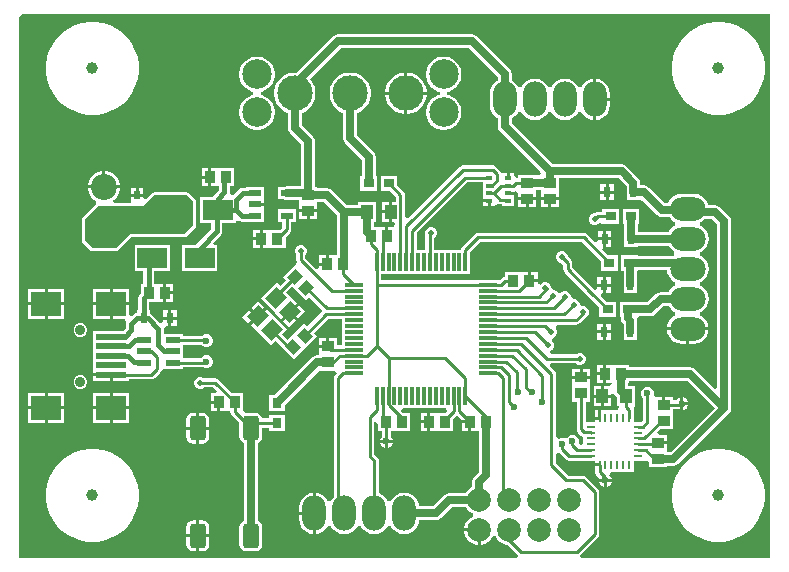
<source format=gtl>
G04*
G04 #@! TF.GenerationSoftware,Altium Limited,Altium Designer,24.10.1 (45)*
G04*
G04 Layer_Physical_Order=1*
G04 Layer_Color=255*
%FSLAX25Y25*%
%MOIN*%
G70*
G04*
G04 #@! TF.SameCoordinates,545B6B6C-97C6-4FAA-9EA4-23BCF6F6AA29*
G04*
G04*
G04 #@! TF.FilePolarity,Positive*
G04*
G01*
G75*
G04:AMPARAMS|DCode=17|XSize=55.12mil|YSize=82.68mil|CornerRadius=13.78mil|HoleSize=0mil|Usage=FLASHONLY|Rotation=0.000|XOffset=0mil|YOffset=0mil|HoleType=Round|Shape=RoundedRectangle|*
%AMROUNDEDRECTD17*
21,1,0.05512,0.05512,0,0,0.0*
21,1,0.02756,0.08268,0,0,0.0*
1,1,0.02756,0.01378,-0.02756*
1,1,0.02756,-0.01378,-0.02756*
1,1,0.02756,-0.01378,0.02756*
1,1,0.02756,0.01378,0.02756*
%
%ADD17ROUNDEDRECTD17*%
%ADD18R,0.09843X0.06693*%
%ADD19R,0.03937X0.03543*%
%ADD20R,0.02461X0.03268*%
%ADD21R,0.03543X0.03937*%
%ADD22R,0.03937X0.04724*%
%ADD23R,0.01181X0.05906*%
%ADD24R,0.05906X0.01181*%
%ADD25R,0.03150X0.03543*%
%ADD26R,0.01968X0.01378*%
%ADD27R,0.01102X0.03110*%
%ADD28R,0.03110X0.01102*%
%ADD29R,0.03543X0.03150*%
G04:AMPARAMS|DCode=30|XSize=39.37mil|YSize=35.43mil|CornerRadius=0mil|HoleSize=0mil|Usage=FLASHONLY|Rotation=45.000|XOffset=0mil|YOffset=0mil|HoleType=Round|Shape=Rectangle|*
%AMROTATEDRECTD30*
4,1,4,-0.00139,-0.02645,-0.02645,-0.00139,0.00139,0.02645,0.02645,0.00139,-0.00139,-0.02645,0.0*
%
%ADD30ROTATEDRECTD30*%

G04:AMPARAMS|DCode=31|XSize=47.24mil|YSize=55.12mil|CornerRadius=0mil|HoleSize=0mil|Usage=FLASHONLY|Rotation=315.000|XOffset=0mil|YOffset=0mil|HoleType=Round|Shape=Rectangle|*
%AMROTATEDRECTD31*
4,1,4,-0.03619,-0.00278,0.00278,0.03619,0.03619,0.00278,-0.00278,-0.03619,-0.03619,-0.00278,0.0*
%
%ADD31ROTATEDRECTD31*%

G04:AMPARAMS|DCode=32|XSize=39.37mil|YSize=35.43mil|CornerRadius=0mil|HoleSize=0mil|Usage=FLASHONLY|Rotation=135.000|XOffset=0mil|YOffset=0mil|HoleType=Round|Shape=Rectangle|*
%AMROTATEDRECTD32*
4,1,4,0.02645,-0.00139,0.00139,-0.02645,-0.02645,0.00139,-0.00139,0.02645,0.02645,-0.00139,0.0*
%
%ADD32ROTATEDRECTD32*%

%ADD33R,0.09843X0.01968*%
%ADD34R,0.09843X0.07874*%
%ADD35R,0.04724X0.02362*%
%ADD36R,0.03937X0.02165*%
%ADD37R,0.01968X0.03150*%
%ADD69C,0.01000*%
%ADD70C,0.02500*%
%ADD71C,0.01500*%
%ADD72O,0.07874X0.11811*%
%ADD73O,0.11811X0.07874*%
%ADD74C,0.07874*%
%ADD75C,0.11811*%
%ADD76C,0.09843*%
%ADD77C,0.03543*%
%ADD78C,0.03937*%
%ADD79C,0.08661*%
%ADD80C,0.02362*%
%ADD81C,0.01968*%
G36*
X253500Y183500D02*
Y2000D01*
X190507D01*
X190202Y2657D01*
X190163Y3000D01*
X196081Y8919D01*
X196413Y9415D01*
X196529Y10000D01*
Y24000D01*
X196413Y24585D01*
X196081Y25082D01*
X192081Y29081D01*
X191585Y29413D01*
X191000Y29529D01*
X186134D01*
X182029Y33634D01*
Y36949D01*
X182573Y37236D01*
X183029Y37308D01*
X185340Y34997D01*
X185836Y34666D01*
X186421Y34549D01*
X191189D01*
Y34528D01*
X195028D01*
Y33744D01*
X196579D01*
Y32744D01*
X195028D01*
Y30689D01*
X195093D01*
X195166Y30323D01*
X195497Y29827D01*
X196486Y28838D01*
X196346Y28500D01*
X200654D01*
X200349Y29236D01*
X199896Y29689D01*
X200031Y30286D01*
X200315Y30689D01*
X207972D01*
Y34528D01*
X211811D01*
Y34528D01*
X212734Y34342D01*
X213032Y34143D01*
Y32413D01*
X218969D01*
Y32891D01*
X221185D01*
X222063Y33066D01*
X222807Y33563D01*
X239776Y50532D01*
X240273Y51276D01*
X240448Y52154D01*
Y114346D01*
X240273Y115224D01*
X239776Y115968D01*
X236622Y119122D01*
X235878Y119620D01*
X235000Y119794D01*
X232776D01*
X232281Y120990D01*
X231490Y122021D01*
X230458Y122812D01*
X229257Y123310D01*
X227969Y123480D01*
X224031D01*
X222743Y123310D01*
X221542Y122812D01*
X220510Y122021D01*
X219719Y120990D01*
X219431Y120294D01*
X218450D01*
X213122Y125622D01*
X212378Y126119D01*
X211500Y126294D01*
X210174D01*
Y127120D01*
X209999Y127998D01*
X209502Y128742D01*
X205622Y132622D01*
X204878Y133119D01*
X204000Y133294D01*
X180950D01*
X167294Y146950D01*
Y148638D01*
X167490Y148719D01*
X168521Y149510D01*
X169313Y150542D01*
X169459Y150895D01*
X170541D01*
X170687Y150542D01*
X171479Y149510D01*
X172510Y148719D01*
X173711Y148222D01*
X175000Y148052D01*
X176289Y148222D01*
X177490Y148719D01*
X178521Y149510D01*
X179313Y150542D01*
X179459Y150895D01*
X180541D01*
X180687Y150542D01*
X181479Y149510D01*
X182510Y148719D01*
X183711Y148222D01*
X185000Y148052D01*
X186289Y148222D01*
X187490Y148719D01*
X188521Y149510D01*
X189313Y150542D01*
X189459Y150895D01*
X190541D01*
X190688Y150542D01*
X191479Y149510D01*
X192510Y148719D01*
X193711Y148222D01*
X194500Y148118D01*
Y155000D01*
Y161882D01*
X193711Y161778D01*
X192510Y161281D01*
X191479Y160490D01*
X190688Y159458D01*
X190541Y159105D01*
X189459D01*
X189313Y159458D01*
X188521Y160490D01*
X187490Y161281D01*
X186289Y161778D01*
X185000Y161948D01*
X183711Y161778D01*
X182510Y161281D01*
X181479Y160490D01*
X180687Y159458D01*
X180541Y159105D01*
X179459D01*
X179313Y159458D01*
X178521Y160490D01*
X177490Y161281D01*
X176289Y161778D01*
X175000Y161948D01*
X173711Y161778D01*
X172510Y161281D01*
X171479Y160490D01*
X170687Y159458D01*
X170541Y159105D01*
X169459D01*
X169313Y159458D01*
X168521Y160490D01*
X167490Y161281D01*
X167294Y161362D01*
Y163500D01*
X167120Y164378D01*
X166622Y165122D01*
X155622Y176122D01*
X154878Y176620D01*
X154000Y176794D01*
X109500D01*
X108622Y176620D01*
X107878Y176122D01*
X95661Y163906D01*
X94312D01*
X92978Y163640D01*
X91721Y163120D01*
X90590Y162364D01*
X89628Y161402D01*
X88872Y160271D01*
X88352Y159014D01*
X88087Y157680D01*
Y156320D01*
X88352Y154986D01*
X88872Y153729D01*
X89628Y152598D01*
X90590Y151636D01*
X91721Y150880D01*
X92698Y150476D01*
Y145508D01*
X92873Y144630D01*
X93370Y143886D01*
X97206Y140050D01*
Y126034D01*
X92315D01*
X91437Y125860D01*
X91382Y125823D01*
X89346D01*
Y121658D01*
X91382D01*
X91437Y121621D01*
X92315Y121446D01*
X96531D01*
Y118342D01*
X99500D01*
X102469D01*
Y120863D01*
X104892D01*
X109206Y116550D01*
Y102969D01*
X106342D01*
Y100000D01*
X105842D01*
Y99500D01*
X103071D01*
Y98899D01*
X102147Y98516D01*
X98529Y102134D01*
Y103223D01*
X98682Y103376D01*
X98984Y104105D01*
Y104895D01*
X98682Y105624D01*
X98124Y106182D01*
X97395Y106484D01*
X96605D01*
X95876Y106182D01*
X95318Y105624D01*
X95016Y104895D01*
Y104105D01*
X95318Y103376D01*
X95471Y103223D01*
Y101500D01*
X95587Y100915D01*
X95691Y100760D01*
X95260Y99938D01*
Y99938D01*
X91062Y95740D01*
X91940Y94862D01*
X90008Y92929D01*
X88974Y93962D01*
X83663Y88650D01*
X88395Y83918D01*
X90419Y81894D01*
X93075Y84549D01*
X95731Y87205D01*
X93707Y89229D01*
X92170Y90766D01*
X94103Y92699D01*
X98740Y88062D01*
X99757Y89080D01*
X104291Y84546D01*
X104281Y84444D01*
X99137Y79299D01*
X98119Y80317D01*
X94199Y76397D01*
X92670Y74868D01*
X90763Y76775D01*
X92337Y78350D01*
X87582Y83105D01*
X85581Y85106D01*
X82925Y82450D01*
X80269Y79795D01*
X82271Y77793D01*
X87026Y73038D01*
X88600Y74612D01*
X90507Y72705D01*
X90441Y72639D01*
X94639Y68441D01*
X98397Y72199D01*
X102317Y76119D01*
X101300Y77137D01*
X105996Y81833D01*
X110685D01*
Y77835D01*
Y73081D01*
X108968D01*
Y75429D01*
X106500D01*
Y72658D01*
X106000D01*
Y72158D01*
X103032D01*
Y69637D01*
X102496D01*
X101618Y69462D01*
X100874Y68965D01*
X88527Y56618D01*
X86425D01*
Y51075D01*
X91575D01*
Y53177D01*
X102341Y63943D01*
X103032Y64571D01*
Y64571D01*
X103032Y64571D01*
X108494D01*
X108908Y63571D01*
X108419Y63081D01*
X108087Y62585D01*
X107971Y62000D01*
Y22479D01*
X107187Y21458D01*
X107041Y21105D01*
X105959D01*
X105813Y21458D01*
X105021Y22490D01*
X103990Y23281D01*
X102789Y23778D01*
X102000Y23882D01*
Y17000D01*
Y10118D01*
X102789Y10222D01*
X103990Y10719D01*
X105021Y11510D01*
X105813Y12542D01*
X105959Y12895D01*
X107041D01*
X107187Y12542D01*
X107979Y11510D01*
X109010Y10719D01*
X110211Y10222D01*
X111500Y10052D01*
X112789Y10222D01*
X113990Y10719D01*
X115021Y11510D01*
X115813Y12542D01*
X115959Y12895D01*
X117041D01*
X117188Y12542D01*
X117979Y11510D01*
X119010Y10719D01*
X120211Y10222D01*
X121500Y10052D01*
X122789Y10222D01*
X123990Y10719D01*
X125021Y11510D01*
X125812Y12542D01*
X125959Y12895D01*
X127041D01*
X127188Y12542D01*
X127979Y11510D01*
X129010Y10719D01*
X130211Y10222D01*
X131500Y10052D01*
X132789Y10222D01*
X133990Y10719D01*
X135021Y11510D01*
X135812Y12542D01*
X136310Y13743D01*
X136437Y14706D01*
X142000D01*
X142878Y14881D01*
X143622Y15378D01*
X147450Y19206D01*
X152124D01*
X152549Y18469D01*
X153469Y17549D01*
X154323Y17056D01*
X154407Y16760D01*
Y16240D01*
X154323Y15944D01*
X153469Y15451D01*
X152549Y14531D01*
X151899Y13406D01*
X151563Y12150D01*
Y12000D01*
X156500D01*
Y11500D01*
X157000D01*
Y6563D01*
X157150D01*
X158406Y6899D01*
X159531Y7549D01*
X160451Y8469D01*
X160944Y9323D01*
X161240Y9407D01*
X161760D01*
X162056Y9323D01*
X162549Y8469D01*
X163469Y7549D01*
X164594Y6899D01*
X165746Y6591D01*
X169337Y3000D01*
X169298Y2657D01*
X168993Y2000D01*
X3242D01*
X3000Y2186D01*
Y182500D01*
X4000Y183500D01*
X253500Y183500D01*
D02*
G37*
G36*
X162706Y162550D02*
Y161362D01*
X162510Y161281D01*
X161479Y160490D01*
X160687Y159458D01*
X160190Y158257D01*
X160020Y156968D01*
Y153032D01*
X160190Y151743D01*
X160687Y150542D01*
X161479Y149510D01*
X162510Y148719D01*
X162706Y148638D01*
Y146000D01*
X162881Y145122D01*
X163378Y144378D01*
X176887Y130869D01*
X176955Y130424D01*
X176469Y129762D01*
X175469Y129929D01*
Y129929D01*
X169532D01*
Y129012D01*
X169046Y128904D01*
X168134Y129640D01*
Y130527D01*
X166650D01*
Y128839D01*
X165650D01*
Y130527D01*
X164165D01*
X163450Y131213D01*
X162081Y132581D01*
X161585Y132913D01*
X161000Y133029D01*
X151000D01*
X150415Y132913D01*
X149919Y132581D01*
X132642Y115305D01*
X131718Y115688D01*
Y123158D01*
X131602Y123743D01*
X131270Y124239D01*
X129118Y126391D01*
Y129575D01*
X123575D01*
Y124425D01*
X126758D01*
X128660Y122524D01*
Y120862D01*
X127437D01*
Y117500D01*
Y114138D01*
X128078D01*
X128427Y113469D01*
X127960Y112469D01*
X126157D01*
Y109500D01*
X125157D01*
Y112469D01*
X121357D01*
Y114138D01*
X122031D01*
Y120862D01*
X116095D01*
Y119794D01*
X112450D01*
X107465Y124780D01*
X106720Y125277D01*
X105842Y125452D01*
X102469D01*
Y125929D01*
X101794D01*
Y141000D01*
X101620Y141878D01*
X101122Y142622D01*
X97286Y146458D01*
Y150476D01*
X98263Y150880D01*
X99394Y151636D01*
X100356Y152598D01*
X101112Y153729D01*
X101632Y154986D01*
X101898Y156320D01*
Y157680D01*
X101632Y159014D01*
X101112Y160271D01*
X100356Y161402D01*
X100001Y161757D01*
X110450Y172206D01*
X153050D01*
X162706Y162550D01*
D02*
G37*
G36*
X205586Y126170D02*
Y124000D01*
X205650Y123679D01*
Y121366D01*
X210110D01*
Y121366D01*
X211046Y121210D01*
X215878Y116378D01*
X216622Y115881D01*
X217500Y115706D01*
X219953D01*
X220510Y114979D01*
X221542Y114188D01*
X221895Y114041D01*
Y112959D01*
X221542Y112812D01*
X220510Y112021D01*
X219719Y110990D01*
X219638Y110794D01*
X209355D01*
Y113425D01*
X209799D01*
Y118575D01*
X204256D01*
Y113425D01*
X204767D01*
Y108500D01*
X204831Y108179D01*
Y105866D01*
X209291D01*
Y106206D01*
X219638D01*
X219719Y106010D01*
X220510Y104979D01*
X221270Y104396D01*
X221429Y103476D01*
X221380Y103172D01*
X220963Y102794D01*
X209299D01*
Y103075D01*
X203756D01*
Y97925D01*
X204586D01*
Y93000D01*
X204650Y92679D01*
Y90366D01*
X209110D01*
Y92679D01*
X209174Y93000D01*
Y97925D01*
X209299D01*
Y98206D01*
X219091D01*
X219222Y97211D01*
X219719Y96010D01*
X220510Y94979D01*
X221542Y94187D01*
X221895Y94041D01*
Y92959D01*
X221542Y92813D01*
X220510Y92021D01*
X219719Y90990D01*
X219638Y90794D01*
X217000D01*
X216122Y90619D01*
X215378Y90122D01*
X212550Y87294D01*
X208799D01*
Y87575D01*
X203256D01*
Y82425D01*
X203706D01*
Y82000D01*
X203881Y81122D01*
X204378Y80378D01*
X204586Y80170D01*
Y77500D01*
X204650Y77179D01*
Y74866D01*
X209110D01*
Y77179D01*
X209174Y77500D01*
Y81120D01*
X209057Y81706D01*
X209520Y82503D01*
X209729Y82706D01*
X213500D01*
X214378Y82881D01*
X215122Y83378D01*
X217950Y86206D01*
X219638D01*
X219719Y86010D01*
X220510Y84979D01*
X221542Y84188D01*
X221895Y84041D01*
Y82959D01*
X221542Y82812D01*
X220510Y82021D01*
X219719Y80990D01*
X219222Y79789D01*
X219118Y79000D01*
X226000D01*
X232882D01*
X232778Y79789D01*
X232281Y80990D01*
X231490Y82021D01*
X230458Y82812D01*
X230105Y82959D01*
Y84041D01*
X230458Y84188D01*
X231490Y84979D01*
X232281Y86010D01*
X232778Y87211D01*
X232948Y88500D01*
X232778Y89789D01*
X232281Y90990D01*
X231490Y92021D01*
X230458Y92813D01*
X230105Y92959D01*
Y94041D01*
X230458Y94187D01*
X231490Y94979D01*
X232281Y96010D01*
X232778Y97211D01*
X232948Y98500D01*
X232778Y99789D01*
X232281Y100990D01*
X231490Y102021D01*
X230458Y102813D01*
X230105Y102959D01*
Y104041D01*
X230458Y104188D01*
X231490Y104979D01*
X232281Y106010D01*
X232778Y107211D01*
X232948Y108500D01*
X232778Y109789D01*
X232281Y110990D01*
X231490Y112021D01*
X230458Y112812D01*
X230105Y112959D01*
Y114041D01*
X230458Y114188D01*
X231490Y114979D01*
X231664Y115206D01*
X234050D01*
X235860Y113396D01*
Y58999D01*
X234936Y58616D01*
X228430Y65122D01*
X227686Y65619D01*
X226808Y65794D01*
X206429D01*
Y66469D01*
X198843D01*
Y63500D01*
Y60532D01*
X200648D01*
X200703Y60291D01*
X200647Y60139D01*
X199891Y59362D01*
X198063D01*
Y56500D01*
X200532D01*
Y56836D01*
X201532Y56934D01*
X201538Y56902D01*
X202035Y56157D01*
X202468Y55724D01*
Y52638D01*
X202988D01*
X203173Y52311D01*
X202590Y51311D01*
X196996D01*
Y48756D01*
X196579D01*
Y48256D01*
X195028D01*
Y47472D01*
X192029D01*
Y54228D01*
X193468D01*
Y59543D01*
Y61815D01*
X187531D01*
Y59543D01*
Y54228D01*
X188971D01*
Y45000D01*
X189087Y44415D01*
X189419Y43919D01*
X190419Y42919D01*
X190915Y42587D01*
X191189Y42533D01*
Y40044D01*
X190321Y39831D01*
X189681Y40572D01*
Y41434D01*
X189349Y42235D01*
X188735Y42849D01*
X187934Y43181D01*
X187066D01*
X186265Y42849D01*
X185651Y42235D01*
X184530Y42141D01*
X184434Y42181D01*
X183566D01*
X183029Y41959D01*
X182262Y42313D01*
X182029Y42528D01*
Y63500D01*
X181913Y64085D01*
X181581Y64581D01*
X180116Y66047D01*
X180499Y66971D01*
X188723D01*
X188876Y66818D01*
X189605Y66516D01*
X190395D01*
X191124Y66818D01*
X191682Y67376D01*
X191984Y68105D01*
Y68895D01*
X191682Y69624D01*
X191124Y70182D01*
X190395Y70484D01*
X189605D01*
X188876Y70182D01*
X188723Y70029D01*
X180409D01*
X179997Y71029D01*
X180013Y71065D01*
X180624Y71318D01*
X181182Y71876D01*
X181484Y72605D01*
Y73395D01*
X181182Y74124D01*
X180790Y74516D01*
X180855Y75137D01*
X180881Y75237D01*
X181038Y75575D01*
X181624Y75818D01*
X182182Y76376D01*
X182484Y77105D01*
Y77895D01*
X182182Y78624D01*
X181942Y78864D01*
X182356Y79864D01*
X188894D01*
X189479Y79981D01*
X189975Y80312D01*
X191879Y82217D01*
X192124Y82318D01*
X192682Y82876D01*
X192984Y83605D01*
Y84395D01*
X192682Y85124D01*
X192124Y85682D01*
X191395Y85984D01*
X190908D01*
X190572Y86028D01*
X189984Y86809D01*
Y86895D01*
X189682Y87624D01*
X189124Y88182D01*
X188395Y88484D01*
X187908D01*
X187572Y88528D01*
X186984Y89309D01*
Y89395D01*
X186682Y90124D01*
X186124Y90682D01*
X185395Y90984D01*
X184605D01*
X183876Y90682D01*
X183780Y90586D01*
X182703Y90623D01*
X182597Y90709D01*
X182124Y91182D01*
X181395Y91484D01*
X180537Y91995D01*
X180484Y92395D01*
X180420Y92550D01*
X180413Y92585D01*
X180393Y92615D01*
X180182Y93124D01*
X179624Y93682D01*
X178895Y93984D01*
X178105D01*
X177376Y93682D01*
X176929Y93235D01*
X176406Y93318D01*
X175929Y93542D01*
Y94000D01*
X173158D01*
Y94500D01*
X172658D01*
Y97469D01*
X165071D01*
Y96007D01*
X164600Y95913D01*
X164104Y95581D01*
X163317Y94795D01*
X155567D01*
Y94734D01*
X123844D01*
Y96929D01*
X153433D01*
Y104270D01*
X156633Y107471D01*
X190701D01*
X197063Y101109D01*
Y97925D01*
X202606D01*
Y103075D01*
X199423D01*
X197555Y104942D01*
X197801Y105536D01*
Y108000D01*
X196071D01*
Y107733D01*
X195147Y107351D01*
X192416Y110081D01*
X191920Y110413D01*
X191335Y110529D01*
X156000D01*
X155415Y110413D01*
X154919Y110081D01*
X150761Y105924D01*
X150429Y105428D01*
X150313Y104842D01*
Y104835D01*
X141561D01*
Y108792D01*
X141624Y108818D01*
X142182Y109376D01*
X142484Y110105D01*
Y110895D01*
X142182Y111624D01*
X141624Y112182D01*
X140895Y112484D01*
X140105D01*
X139376Y112182D01*
X138818Y111624D01*
X138516Y110895D01*
Y110105D01*
X138516Y110104D01*
X138502Y110031D01*
Y104835D01*
X135655D01*
Y110493D01*
X152472Y127309D01*
X157866D01*
Y124591D01*
Y122031D01*
Y121661D01*
X159850D01*
Y121161D01*
X160350D01*
Y119473D01*
X161835D01*
Y119630D01*
X162835Y120141D01*
X162915Y120087D01*
X163500Y119971D01*
X164165D01*
Y119473D01*
X168134D01*
Y123221D01*
X166150D01*
Y124221D01*
X168379D01*
X168532Y124320D01*
X169532Y123779D01*
Y122343D01*
X172500D01*
X175469D01*
Y124863D01*
X177032D01*
Y122343D01*
X180000D01*
X182968D01*
Y124386D01*
Y128706D01*
X203050D01*
X205586Y126170D01*
D02*
G37*
G36*
X234910Y52154D02*
X220235Y37479D01*
X218969D01*
Y40000D01*
X216000D01*
Y41000D01*
X218969D01*
Y43272D01*
X216241D01*
X215858Y44196D01*
X216734Y45071D01*
X220969D01*
Y50386D01*
Y51628D01*
X222820D01*
X223500Y51346D01*
Y53500D01*
Y55654D01*
X222764Y55349D01*
X222151Y54735D01*
X222131Y54687D01*
X220969D01*
Y55929D01*
X218500D01*
Y53158D01*
X217500D01*
Y55929D01*
X215500D01*
X214812Y56464D01*
X214681Y56784D01*
Y57434D01*
X214349Y58236D01*
X213736Y58849D01*
X212934Y59181D01*
X212066D01*
X211264Y58849D01*
X210651Y58236D01*
X210319Y57434D01*
Y56566D01*
X210651Y55765D01*
X210971Y55445D01*
Y48134D01*
X210310Y47472D01*
X207972D01*
Y48548D01*
X208029Y48835D01*
Y51500D01*
X208002Y51638D01*
X208405Y52638D01*
X208405D01*
Y59362D01*
X205952D01*
Y60532D01*
X206429D01*
Y61206D01*
X225858D01*
X234910Y52154D01*
D02*
G37*
G36*
X145692Y51139D02*
X145157Y50468D01*
X140185D01*
Y47500D01*
Y44532D01*
X147772D01*
Y48609D01*
X148921Y49758D01*
X150571Y48109D01*
Y48000D01*
X153342D01*
Y47500D01*
X153842D01*
Y44532D01*
X156363D01*
Y30608D01*
X154878Y29122D01*
X154381Y28378D01*
X154206Y27500D01*
Y25876D01*
X153469Y25451D01*
X152549Y24531D01*
X152124Y23794D01*
X146500D01*
X145622Y23619D01*
X144878Y23122D01*
X141050Y19294D01*
X136437D01*
X136310Y20257D01*
X135812Y21458D01*
X135021Y22490D01*
X133990Y23281D01*
X132789Y23778D01*
X131500Y23948D01*
X130211Y23778D01*
X129010Y23281D01*
X127979Y22490D01*
X127188Y21458D01*
X127041Y21105D01*
X125959D01*
X125812Y21458D01*
X125021Y22490D01*
X123990Y23281D01*
X123029Y23679D01*
Y34500D01*
X122913Y35085D01*
X122581Y35581D01*
X121529Y36634D01*
Y47450D01*
X121571Y47478D01*
X122571Y46944D01*
Y44532D01*
X123971D01*
Y42555D01*
X123651Y42235D01*
X123346Y41500D01*
X127654D01*
X127349Y42235D01*
X127029Y42555D01*
Y44532D01*
X133429D01*
Y50468D01*
X131194D01*
X130540Y51123D01*
X130922Y52047D01*
X145297D01*
X145692Y51139D01*
D02*
G37*
%LPC*%
G36*
X195500Y161882D02*
Y155500D01*
X199980D01*
Y156968D01*
X199810Y158257D01*
X199312Y159458D01*
X198521Y160490D01*
X197490Y161281D01*
X196289Y161778D01*
X195500Y161882D01*
D02*
G37*
G36*
X237437Y180815D02*
X235004D01*
X232600Y180434D01*
X230286Y179682D01*
X228117Y178577D01*
X226149Y177147D01*
X224428Y175426D01*
X222997Y173458D01*
X221892Y171289D01*
X221141Y168975D01*
X220760Y166571D01*
Y164138D01*
X221141Y161734D01*
X221892Y159420D01*
X222997Y157251D01*
X224428Y155282D01*
X226149Y153562D01*
X228117Y152131D01*
X230286Y151026D01*
X232600Y150274D01*
X235004Y149894D01*
X237437D01*
X239841Y150274D01*
X242155Y151026D01*
X244324Y152131D01*
X246292Y153562D01*
X248013Y155282D01*
X249444Y157251D01*
X250548Y159420D01*
X251300Y161734D01*
X251681Y164138D01*
Y166571D01*
X251300Y168975D01*
X250548Y171289D01*
X249444Y173458D01*
X248013Y175426D01*
X246292Y177147D01*
X244324Y178577D01*
X242155Y179682D01*
X239841Y180434D01*
X237437Y180815D01*
D02*
G37*
G36*
X28776D02*
X26342D01*
X23939Y180434D01*
X21624Y179682D01*
X19456Y178577D01*
X17487Y177147D01*
X15766Y175426D01*
X14336Y173458D01*
X13231Y171289D01*
X12479Y168975D01*
X12098Y166571D01*
Y164138D01*
X12479Y161734D01*
X13231Y159420D01*
X14336Y157251D01*
X15766Y155282D01*
X17487Y153562D01*
X19456Y152131D01*
X21624Y151026D01*
X23939Y150274D01*
X26342Y149894D01*
X28776D01*
X31179Y150274D01*
X33494Y151026D01*
X35662Y152131D01*
X37631Y153562D01*
X39352Y155282D01*
X40782Y157251D01*
X41887Y159420D01*
X42639Y161734D01*
X43020Y164138D01*
Y166571D01*
X42639Y168975D01*
X41887Y171289D01*
X40782Y173458D01*
X39352Y175426D01*
X37631Y177147D01*
X35662Y178577D01*
X33494Y179682D01*
X31179Y180434D01*
X28776Y180815D01*
D02*
G37*
G36*
X199980Y154500D02*
X195500D01*
Y148118D01*
X196289Y148222D01*
X197490Y148719D01*
X198521Y149510D01*
X199312Y150542D01*
X199810Y151743D01*
X199980Y153032D01*
Y154500D01*
D02*
G37*
G36*
X82977Y169220D02*
X81810D01*
X80667Y168993D01*
X79589Y168547D01*
X78619Y167899D01*
X77794Y167074D01*
X77146Y166104D01*
X76700Y165026D01*
X76472Y163882D01*
Y162716D01*
X76700Y161572D01*
X77146Y160494D01*
X77794Y159525D01*
X78619Y158700D01*
X79589Y158052D01*
X80667Y157606D01*
X81148Y157510D01*
Y156490D01*
X80667Y156395D01*
X79589Y155948D01*
X78619Y155300D01*
X77794Y154475D01*
X77146Y153506D01*
X76700Y152428D01*
X76472Y151284D01*
Y150118D01*
X76700Y148974D01*
X77146Y147896D01*
X77794Y146926D01*
X78619Y146101D01*
X79589Y145453D01*
X80667Y145007D01*
X81810Y144780D01*
X82977D01*
X84121Y145007D01*
X85198Y145453D01*
X86168Y146101D01*
X86993Y146926D01*
X87641Y147896D01*
X88087Y148974D01*
X88315Y150118D01*
Y151284D01*
X88087Y152428D01*
X87641Y153506D01*
X86993Y154475D01*
X86168Y155300D01*
X85198Y155948D01*
X84121Y156395D01*
X83640Y156490D01*
Y157510D01*
X84121Y157606D01*
X85198Y158052D01*
X86168Y158700D01*
X86993Y159525D01*
X87641Y160494D01*
X88087Y161572D01*
X88315Y162716D01*
Y163882D01*
X88087Y165026D01*
X87641Y166104D01*
X86993Y167074D01*
X86168Y167899D01*
X85198Y168547D01*
X84121Y168993D01*
X82977Y169220D01*
D02*
G37*
G36*
X66185Y131968D02*
X63913D01*
Y129500D01*
X66185D01*
Y131968D01*
D02*
G37*
G36*
X32088Y131220D02*
X31886D01*
Y126390D01*
X36716D01*
Y126592D01*
X36353Y127947D01*
X35651Y129163D01*
X34659Y130155D01*
X33443Y130857D01*
X32088Y131220D01*
D02*
G37*
G36*
X30886D02*
X30684D01*
X29328Y130857D01*
X28113Y130155D01*
X27120Y129163D01*
X26418Y127947D01*
X26055Y126592D01*
Y126390D01*
X30886D01*
Y131220D01*
D02*
G37*
G36*
X66185Y128500D02*
X63913D01*
Y126031D01*
X66185D01*
Y128500D01*
D02*
G37*
G36*
X44484Y125618D02*
X43000D01*
Y123543D01*
X44484D01*
Y125618D01*
D02*
G37*
G36*
X42000D02*
X40516D01*
Y123543D01*
X42000D01*
Y125618D01*
D02*
G37*
G36*
X102469Y117342D02*
X100000D01*
Y115071D01*
X102469D01*
Y117342D01*
D02*
G37*
G36*
X99000D02*
X96531D01*
Y115071D01*
X99000D01*
Y117342D01*
D02*
G37*
G36*
X74772Y131968D02*
X67185D01*
Y129000D01*
Y126031D01*
X69716D01*
Y124739D01*
X68112Y123136D01*
X67726Y122557D01*
X67684Y122346D01*
X63453D01*
Y113654D01*
X67216D01*
Y111739D01*
X61986Y106510D01*
X61877Y106346D01*
X57327D01*
Y97654D01*
X69169D01*
Y106346D01*
X68176D01*
X67794Y107270D01*
X70262Y109738D01*
X70648Y110317D01*
X70784Y111000D01*
X70784Y111000D01*
Y113654D01*
X75295D01*
Y114375D01*
X75853Y114606D01*
X76295Y114700D01*
X76817Y114351D01*
X77500Y114216D01*
X77500Y114216D01*
X78716D01*
Y114177D01*
X84654D01*
Y117917D01*
Y119500D01*
X81685D01*
Y120500D01*
X84654D01*
Y121658D01*
Y125823D01*
X78716D01*
Y125524D01*
X77740D01*
X77057Y125389D01*
X76478Y125002D01*
X76478Y125002D01*
X74479Y123003D01*
X74037Y122999D01*
X74031Y123001D01*
X73256Y123858D01*
X73284Y124000D01*
X73284Y124000D01*
Y126031D01*
X74772D01*
Y131968D01*
D02*
G37*
G36*
X83342Y111469D02*
X81071D01*
Y109000D01*
X83342D01*
Y111469D01*
D02*
G37*
G36*
X95284Y118342D02*
X89346D01*
Y114177D01*
X90786D01*
Y112291D01*
X89963Y111469D01*
X84342D01*
Y108500D01*
Y105532D01*
X91929D01*
Y109109D01*
X93396Y110576D01*
X93728Y111072D01*
X93844Y111658D01*
Y114177D01*
X95284D01*
Y118342D01*
D02*
G37*
G36*
X83342Y108000D02*
X81071D01*
Y105532D01*
X83342D01*
Y108000D01*
D02*
G37*
G36*
X36716Y125390D02*
X26055D01*
Y125188D01*
X26418Y123832D01*
X27120Y122617D01*
X28113Y121624D01*
X28731Y121267D01*
X28773Y121129D01*
X28696Y120132D01*
X28679Y120121D01*
X24279Y115721D01*
X24058Y115390D01*
X23980Y115000D01*
Y108000D01*
X24058Y107610D01*
X24279Y107279D01*
X26779Y104779D01*
X27110Y104558D01*
X27500Y104480D01*
X35500Y104480D01*
X35890Y104558D01*
X36221Y104779D01*
X40422Y108980D01*
X58000D01*
X58390Y109058D01*
X58721Y109279D01*
X61721Y112279D01*
X61942Y112610D01*
X62020Y113000D01*
Y121000D01*
X61942Y121390D01*
X61721Y121721D01*
X59721Y123721D01*
X59390Y123942D01*
X59000Y124020D01*
X48000D01*
X47610Y123942D01*
X47279Y123721D01*
X45408Y121850D01*
X44484Y122233D01*
Y122543D01*
X40516D01*
Y120468D01*
X39536Y120419D01*
X34572D01*
X34304Y121419D01*
X34659Y121624D01*
X35651Y122617D01*
X36353Y123832D01*
X36716Y125188D01*
Y125390D01*
D02*
G37*
G36*
X105342Y102969D02*
X103071D01*
Y100500D01*
X105342D01*
Y102969D01*
D02*
G37*
G36*
X54429Y93468D02*
X52157D01*
Y91000D01*
X54429D01*
Y93468D01*
D02*
G37*
G36*
Y90000D02*
X52157D01*
Y87532D01*
X54429D01*
Y90000D01*
D02*
G37*
G36*
X39677Y91760D02*
X34256D01*
Y87323D01*
X39677D01*
Y91760D01*
D02*
G37*
G36*
X18024D02*
X12602D01*
Y87323D01*
X18024D01*
Y91760D01*
D02*
G37*
G36*
X33256D02*
X27835D01*
Y87323D01*
X33256D01*
Y91760D01*
D02*
G37*
G36*
X11602D02*
X6181D01*
Y87323D01*
X11602D01*
Y91760D01*
D02*
G37*
G36*
X82850Y87837D02*
X80547Y85535D01*
X82571Y83511D01*
X84874Y85813D01*
X82850Y87837D01*
D02*
G37*
G36*
X53421Y106346D02*
X41579D01*
Y97654D01*
X44558D01*
Y93468D01*
X43571D01*
Y90252D01*
X43358Y90039D01*
X42972Y89460D01*
X42836Y88778D01*
Y84634D01*
X42390D01*
Y83784D01*
X42307D01*
X41624Y83649D01*
X41045Y83262D01*
X40601Y82817D01*
X39677Y83200D01*
Y86323D01*
X34256D01*
Y81886D01*
X38324D01*
X38858Y80886D01*
X38851Y80876D01*
X38716Y80193D01*
Y78739D01*
X37760Y77784D01*
X27835D01*
Y73815D01*
Y70665D01*
Y67516D01*
Y64366D01*
Y63701D01*
X33756D01*
Y63201D01*
X34256D01*
Y61216D01*
X39677D01*
Y61671D01*
X47201D01*
X47786Y61788D01*
X48282Y62119D01*
X50081Y63919D01*
X50413Y64415D01*
X51138Y65079D01*
X57862D01*
Y65731D01*
X64185D01*
X64265Y65651D01*
X65066Y65319D01*
X65934D01*
X66736Y65651D01*
X67349Y66264D01*
X67681Y67066D01*
Y67934D01*
X67349Y68735D01*
X66736Y69349D01*
X65934Y69681D01*
X65066D01*
X64265Y69349D01*
X63705Y68789D01*
X57862D01*
Y73211D01*
X63705D01*
X64265Y72651D01*
X65066Y72319D01*
X65934D01*
X66736Y72651D01*
X67349Y73264D01*
X67681Y74066D01*
Y74934D01*
X67349Y75735D01*
X66736Y76349D01*
X65934Y76681D01*
X65066D01*
X64265Y76349D01*
X64185Y76270D01*
X57862D01*
Y76921D01*
X51284D01*
Y78366D01*
X51284Y78500D01*
X51284Y78500D01*
X52132Y79366D01*
X52880D01*
Y81500D01*
X51150D01*
Y80788D01*
X50150Y80374D01*
X47262Y83262D01*
X46850Y83536D01*
Y84634D01*
X46404D01*
Y87532D01*
X51157D01*
Y90500D01*
Y93468D01*
X48127D01*
Y97654D01*
X53421D01*
Y106346D01*
D02*
G37*
G36*
X55610Y84634D02*
X53880D01*
Y82500D01*
X55610D01*
Y84634D01*
D02*
G37*
G36*
X52880D02*
X51150D01*
Y82500D01*
X52880D01*
Y84634D01*
D02*
G37*
G36*
X96438Y86498D02*
X94136Y84196D01*
X96160Y82172D01*
X98462Y84474D01*
X96438Y86498D01*
D02*
G37*
G36*
X33256Y86323D02*
X27835D01*
Y81886D01*
X33256D01*
Y86323D01*
D02*
G37*
G36*
X18024D02*
X12602D01*
Y81886D01*
X18024D01*
Y86323D01*
D02*
G37*
G36*
X11602D02*
X6181D01*
Y81886D01*
X11602D01*
Y86323D01*
D02*
G37*
G36*
X79840Y84828D02*
X77538Y82526D01*
X79562Y80502D01*
X81864Y82804D01*
X79840Y84828D01*
D02*
G37*
G36*
X55610Y81500D02*
X53880D01*
Y79366D01*
X55610D01*
Y81500D01*
D02*
G37*
G36*
X93429Y83489D02*
X91126Y81187D01*
X93150Y79163D01*
X95452Y81465D01*
X93429Y83489D01*
D02*
G37*
G36*
X23971Y80433D02*
X23068D01*
X22233Y80087D01*
X21594Y79448D01*
X21248Y78613D01*
Y77710D01*
X21594Y76875D01*
X22233Y76236D01*
X23068Y75890D01*
X23971D01*
X24806Y76236D01*
X25446Y76875D01*
X25791Y77710D01*
Y78613D01*
X25446Y79448D01*
X24806Y80087D01*
X23971Y80433D01*
D02*
G37*
G36*
X105500Y75429D02*
X103032D01*
Y73158D01*
X105500D01*
Y75429D01*
D02*
G37*
G36*
X33256Y62701D02*
X27835D01*
Y61216D01*
X33256D01*
Y62701D01*
D02*
G37*
G36*
X23971Y63110D02*
X23068D01*
X22233Y62764D01*
X21594Y62125D01*
X21248Y61290D01*
Y60387D01*
X21594Y59552D01*
X22233Y58913D01*
X23068Y58567D01*
X23971D01*
X24806Y58913D01*
X25446Y59552D01*
X25791Y60387D01*
Y61290D01*
X25446Y62125D01*
X24806Y62764D01*
X23971Y63110D01*
D02*
G37*
G36*
X39677Y57114D02*
X34256D01*
Y52677D01*
X39677D01*
Y57114D01*
D02*
G37*
G36*
X18024D02*
X12602D01*
Y52677D01*
X18024D01*
Y57114D01*
D02*
G37*
G36*
X33256D02*
X27835D01*
Y52677D01*
X33256D01*
Y57114D01*
D02*
G37*
G36*
X11602D02*
X6181D01*
Y52677D01*
X11602D01*
Y57114D01*
D02*
G37*
G36*
X69185Y53500D02*
X66913D01*
Y51032D01*
X69185D01*
Y53500D01*
D02*
G37*
G36*
X39677Y51677D02*
X34256D01*
Y47240D01*
X39677D01*
Y51677D01*
D02*
G37*
G36*
X33256D02*
X27835D01*
Y47240D01*
X33256D01*
Y51677D01*
D02*
G37*
G36*
X18024D02*
X12602D01*
Y47240D01*
X18024D01*
Y51677D01*
D02*
G37*
G36*
X11602D02*
X6181D01*
Y47240D01*
X11602D01*
Y51677D01*
D02*
G37*
G36*
X64020Y50594D02*
X63142D01*
Y45913D01*
X66444D01*
Y48169D01*
X66260Y49097D01*
X65734Y49884D01*
X64947Y50409D01*
X64020Y50594D01*
D02*
G37*
G36*
X62142D02*
X61264D01*
X60336Y50409D01*
X59549Y49884D01*
X59024Y49097D01*
X58839Y48169D01*
Y45913D01*
X62142D01*
Y50594D01*
D02*
G37*
G36*
X63895Y62484D02*
X63105D01*
X62376Y62182D01*
X61818Y61624D01*
X61516Y60895D01*
Y60105D01*
X61818Y59376D01*
X62376Y58818D01*
X63105Y58516D01*
X63895D01*
X64624Y58818D01*
X64777Y58971D01*
X67866D01*
X68945Y57892D01*
X68562Y56968D01*
X66913D01*
Y54500D01*
X69685D01*
Y54000D01*
X70185D01*
Y51032D01*
X73471D01*
Y50772D01*
X73587Y50186D01*
X73919Y49690D01*
X76556Y47053D01*
Y42658D01*
X76740Y41730D01*
X77266Y40943D01*
X78053Y40418D01*
X78064Y40415D01*
Y14585D01*
X78053Y14582D01*
X77266Y14057D01*
X76740Y13270D01*
X76556Y12342D01*
Y6831D01*
X76740Y5903D01*
X77266Y5116D01*
X78053Y4591D01*
X78980Y4406D01*
X81736D01*
X82664Y4591D01*
X83451Y5116D01*
X83976Y5903D01*
X84161Y6831D01*
Y12342D01*
X83976Y13270D01*
X83451Y14057D01*
X82664Y14582D01*
X82652Y14585D01*
Y40415D01*
X82664Y40418D01*
X83451Y40943D01*
X83976Y41730D01*
X84161Y42658D01*
Y45624D01*
X86425D01*
Y44382D01*
X91575D01*
Y49925D01*
X86425D01*
Y48683D01*
X84059D01*
X83976Y49097D01*
X83451Y49884D01*
X82664Y50409D01*
X81736Y50594D01*
X78980D01*
X78555Y50509D01*
X77772Y51333D01*
Y56968D01*
X74194D01*
X69581Y61581D01*
X69085Y61913D01*
X68500Y62029D01*
X64777D01*
X64624Y62182D01*
X63895Y62484D01*
D02*
G37*
G36*
X66444Y44913D02*
X63142D01*
Y40233D01*
X64020D01*
X64947Y40418D01*
X65734Y40943D01*
X66260Y41730D01*
X66444Y42658D01*
Y44913D01*
D02*
G37*
G36*
X62142D02*
X58839D01*
Y42658D01*
X59024Y41730D01*
X59549Y40943D01*
X60336Y40418D01*
X61264Y40233D01*
X62142D01*
Y44913D01*
D02*
G37*
G36*
X200654Y27500D02*
X199000D01*
Y25846D01*
X199735Y26151D01*
X200349Y26765D01*
X200654Y27500D01*
D02*
G37*
G36*
X198000D02*
X196346D01*
X196651Y26765D01*
X197265Y26151D01*
X198000Y25846D01*
Y27500D01*
D02*
G37*
G36*
X101000Y23882D02*
X100211Y23778D01*
X99010Y23281D01*
X97979Y22490D01*
X97188Y21458D01*
X96690Y20257D01*
X96520Y18969D01*
Y17500D01*
X101000D01*
Y23882D01*
D02*
G37*
G36*
Y16500D02*
X96520D01*
Y15032D01*
X96690Y13743D01*
X97188Y12542D01*
X97979Y11510D01*
X99010Y10719D01*
X100211Y10222D01*
X101000Y10118D01*
Y16500D01*
D02*
G37*
G36*
X64020Y14767D02*
X63142D01*
Y10087D01*
X66444D01*
Y12342D01*
X66260Y13270D01*
X65734Y14057D01*
X64947Y14582D01*
X64020Y14767D01*
D02*
G37*
G36*
X62142D02*
X61264D01*
X60336Y14582D01*
X59549Y14057D01*
X59024Y13270D01*
X58839Y12342D01*
Y10087D01*
X62142D01*
Y14767D01*
D02*
G37*
G36*
X237437Y38461D02*
X235004D01*
X232600Y38080D01*
X230286Y37328D01*
X228117Y36223D01*
X226149Y34793D01*
X224428Y33072D01*
X222997Y31103D01*
X221892Y28935D01*
X221141Y26620D01*
X220760Y24217D01*
Y21783D01*
X221141Y19380D01*
X221892Y17065D01*
X222997Y14897D01*
X224428Y12928D01*
X226149Y11207D01*
X228117Y9777D01*
X230286Y8672D01*
X232600Y7920D01*
X235004Y7539D01*
X237437D01*
X239841Y7920D01*
X242155Y8672D01*
X244324Y9777D01*
X246292Y11207D01*
X248013Y12928D01*
X249444Y14897D01*
X250548Y17065D01*
X251300Y19380D01*
X251681Y21783D01*
Y24217D01*
X251300Y26620D01*
X250548Y28935D01*
X249444Y31103D01*
X248013Y33072D01*
X246292Y34793D01*
X244324Y36223D01*
X242155Y37328D01*
X239841Y38080D01*
X237437Y38461D01*
D02*
G37*
G36*
X28776D02*
X26342D01*
X23939Y38080D01*
X21624Y37328D01*
X19456Y36223D01*
X17487Y34793D01*
X15766Y33072D01*
X14336Y31103D01*
X13231Y28935D01*
X12479Y26620D01*
X12098Y24217D01*
Y21783D01*
X12479Y19380D01*
X13231Y17065D01*
X14336Y14897D01*
X15766Y12928D01*
X17487Y11207D01*
X19456Y9777D01*
X21624Y8672D01*
X23939Y7920D01*
X26342Y7539D01*
X28776D01*
X31179Y7920D01*
X33494Y8672D01*
X35662Y9777D01*
X37631Y11207D01*
X39352Y12928D01*
X40782Y14897D01*
X41887Y17065D01*
X42639Y19380D01*
X43020Y21783D01*
Y24217D01*
X42639Y26620D01*
X41887Y28935D01*
X40782Y31103D01*
X39352Y33072D01*
X37631Y34793D01*
X35662Y36223D01*
X33494Y37328D01*
X31179Y38080D01*
X28776Y38461D01*
D02*
G37*
G36*
X156000Y11000D02*
X151563D01*
Y10850D01*
X151899Y9594D01*
X152549Y8469D01*
X153469Y7549D01*
X154594Y6899D01*
X155850Y6563D01*
X156000D01*
Y11000D01*
D02*
G37*
G36*
X66444Y9087D02*
X63142D01*
Y4406D01*
X64020D01*
X64947Y4591D01*
X65734Y5116D01*
X66260Y5903D01*
X66444Y6831D01*
Y9087D01*
D02*
G37*
G36*
X62142D02*
X58839D01*
Y6831D01*
X59024Y5903D01*
X59549Y5116D01*
X60336Y4591D01*
X61264Y4406D01*
X62142D01*
Y9087D01*
D02*
G37*
%LPD*%
G36*
X61000Y121000D02*
Y113000D01*
X58000Y110000D01*
X40000D01*
X35500Y105500D01*
X27500Y105500D01*
X25000Y108000D01*
Y115000D01*
X29400Y119400D01*
X44400D01*
X48000Y123000D01*
X59000D01*
X61000Y121000D01*
D02*
G37*
%LPC*%
G36*
X132680Y163906D02*
X132500D01*
Y157500D01*
X138906D01*
Y157680D01*
X138640Y159014D01*
X138120Y160271D01*
X137364Y161402D01*
X136402Y162364D01*
X135271Y163120D01*
X134014Y163640D01*
X132680Y163906D01*
D02*
G37*
G36*
X131500D02*
X131320D01*
X129986Y163640D01*
X128729Y163120D01*
X127598Y162364D01*
X126636Y161402D01*
X125880Y160271D01*
X125360Y159014D01*
X125094Y157680D01*
Y157500D01*
X131500D01*
Y163906D01*
D02*
G37*
G36*
X138906Y156500D02*
X132500D01*
Y150094D01*
X132680D01*
X134014Y150360D01*
X135271Y150880D01*
X136402Y151636D01*
X137364Y152598D01*
X138120Y153729D01*
X138640Y154986D01*
X138906Y156320D01*
Y156500D01*
D02*
G37*
G36*
X131500D02*
X125094D01*
Y156320D01*
X125360Y154986D01*
X125880Y153729D01*
X126636Y152598D01*
X127598Y151636D01*
X128729Y150880D01*
X129986Y150360D01*
X131320Y150094D01*
X131500D01*
Y156500D01*
D02*
G37*
G36*
X145182Y169220D02*
X144015D01*
X142871Y168993D01*
X141794Y168547D01*
X140824Y167899D01*
X139999Y167074D01*
X139351Y166104D01*
X138905Y165026D01*
X138677Y163882D01*
Y162716D01*
X138905Y161572D01*
X139351Y160494D01*
X139999Y159525D01*
X140824Y158700D01*
X141794Y158052D01*
X142871Y157606D01*
X143352Y157510D01*
Y156490D01*
X142871Y156395D01*
X141794Y155948D01*
X140824Y155300D01*
X139999Y154475D01*
X139351Y153506D01*
X138905Y152428D01*
X138677Y151284D01*
Y150118D01*
X138905Y148974D01*
X139351Y147896D01*
X139999Y146926D01*
X140824Y146101D01*
X141794Y145453D01*
X142871Y145007D01*
X144015Y144780D01*
X145182D01*
X146326Y145007D01*
X147403Y145453D01*
X148373Y146101D01*
X149198Y146926D01*
X149846Y147896D01*
X150292Y148974D01*
X150520Y150118D01*
Y151284D01*
X150292Y152428D01*
X149846Y153506D01*
X149198Y154475D01*
X148373Y155300D01*
X147403Y155948D01*
X146326Y156395D01*
X145844Y156490D01*
Y157510D01*
X146326Y157606D01*
X147403Y158052D01*
X148373Y158700D01*
X149198Y159525D01*
X149846Y160494D01*
X150292Y161572D01*
X150520Y162716D01*
Y163882D01*
X150292Y165026D01*
X149846Y166104D01*
X149198Y167074D01*
X148373Y167899D01*
X147403Y168547D01*
X146326Y168993D01*
X145182Y169220D01*
D02*
G37*
G36*
X114176Y163906D02*
X112816D01*
X111482Y163640D01*
X110225Y163120D01*
X109094Y162364D01*
X108132Y161402D01*
X107377Y160271D01*
X106856Y159014D01*
X106591Y157680D01*
Y156320D01*
X106856Y154986D01*
X107377Y153729D01*
X108132Y152598D01*
X109094Y151636D01*
X110225Y150880D01*
X111202Y150476D01*
Y142004D01*
X111377Y141126D01*
X111874Y140382D01*
X117359Y134896D01*
Y129575D01*
X116882D01*
Y124425D01*
X122425D01*
Y129575D01*
X121948D01*
Y135846D01*
X121773Y136724D01*
X121276Y137469D01*
X115790Y142954D01*
Y150476D01*
X116767Y150880D01*
X117898Y151636D01*
X118860Y152598D01*
X119616Y153729D01*
X120136Y154986D01*
X120402Y156320D01*
Y157680D01*
X120136Y159014D01*
X119616Y160271D01*
X118860Y161402D01*
X117898Y162364D01*
X116767Y163120D01*
X115510Y163640D01*
X114176Y163906D01*
D02*
G37*
G36*
X126437Y120862D02*
X123969D01*
Y118000D01*
X126437D01*
Y120862D01*
D02*
G37*
G36*
Y117000D02*
X123969D01*
Y114138D01*
X126437D01*
Y117000D01*
D02*
G37*
G36*
X201350Y126634D02*
X199620D01*
Y124500D01*
X201350D01*
Y126634D01*
D02*
G37*
G36*
X198620D02*
X196890D01*
Y124500D01*
X198620D01*
Y126634D01*
D02*
G37*
G36*
X201350Y123500D02*
X199620D01*
Y121366D01*
X201350D01*
Y123500D01*
D02*
G37*
G36*
X198620D02*
X196890D01*
Y121366D01*
X198620D01*
Y123500D01*
D02*
G37*
G36*
X159350Y120661D02*
X157866D01*
Y119473D01*
X159350D01*
Y120661D01*
D02*
G37*
G36*
X182968Y121343D02*
X180500D01*
Y119071D01*
X182968D01*
Y121343D01*
D02*
G37*
G36*
X179500D02*
X177032D01*
Y119071D01*
X179500D01*
Y121343D01*
D02*
G37*
G36*
X175469D02*
X173000D01*
Y119071D01*
X175469D01*
Y121343D01*
D02*
G37*
G36*
X172000D02*
X169532D01*
Y119071D01*
X172000D01*
Y121343D01*
D02*
G37*
G36*
X203106Y118575D02*
X197563D01*
Y117529D01*
X196000D01*
X195415Y117413D01*
X194919Y117081D01*
X194821Y116984D01*
X194605D01*
X193876Y116682D01*
X193318Y116124D01*
X193016Y115395D01*
Y114605D01*
X193318Y113876D01*
X193876Y113318D01*
X194605Y113016D01*
X195395D01*
X196124Y113318D01*
X196563Y113757D01*
X197125Y113662D01*
X197563Y113450D01*
Y113425D01*
X203106D01*
Y118575D01*
D02*
G37*
G36*
X200532Y111134D02*
X198801D01*
Y109000D01*
X200532D01*
Y111134D01*
D02*
G37*
G36*
X197801D02*
X196071D01*
Y109000D01*
X197801D01*
Y111134D01*
D02*
G37*
G36*
X200532Y108000D02*
X198801D01*
Y105866D01*
X200532D01*
Y108000D01*
D02*
G37*
G36*
X175929Y97469D02*
X173658D01*
Y95000D01*
X175929D01*
Y97469D01*
D02*
G37*
G36*
X200350Y95634D02*
X198620D01*
Y93500D01*
X200350D01*
Y95634D01*
D02*
G37*
G36*
X197620D02*
X195890D01*
Y93500D01*
X197620D01*
Y95634D01*
D02*
G37*
G36*
X200350Y92500D02*
X198620D01*
Y90366D01*
X200350D01*
Y92500D01*
D02*
G37*
G36*
X184395Y104484D02*
X183605D01*
X182876Y104182D01*
X182318Y103624D01*
X182016Y102895D01*
Y102105D01*
X182318Y101376D01*
X182876Y100818D01*
X183605Y100516D01*
X183821D01*
X184471Y99866D01*
Y98335D01*
X184587Y97749D01*
X184919Y97253D01*
X192753Y89419D01*
X196563Y85609D01*
Y82425D01*
X202106D01*
Y87575D01*
X198923D01*
X197055Y89442D01*
X197438Y90366D01*
X197620D01*
Y92500D01*
X195890D01*
Y91914D01*
X195175Y91618D01*
X194890Y91608D01*
X187529Y98968D01*
Y100500D01*
X187413Y101085D01*
X187081Y101581D01*
X185984Y102679D01*
Y102895D01*
X185682Y103624D01*
X185124Y104182D01*
X184395Y104484D01*
D02*
G37*
G36*
X200350Y80134D02*
X198620D01*
Y78000D01*
X200350D01*
Y80134D01*
D02*
G37*
G36*
X197620D02*
X195890D01*
Y78000D01*
X197620D01*
Y80134D01*
D02*
G37*
G36*
X200350Y77000D02*
X198620D01*
Y74866D01*
X200350D01*
Y77000D01*
D02*
G37*
G36*
X197620D02*
X195890D01*
Y74866D01*
X197620D01*
Y77000D01*
D02*
G37*
G36*
X232882Y78000D02*
X226500D01*
Y73520D01*
X227969D01*
X229257Y73690D01*
X230458Y74187D01*
X231490Y74979D01*
X232281Y76010D01*
X232778Y77211D01*
X232882Y78000D01*
D02*
G37*
G36*
X225500D02*
X219118D01*
X219222Y77211D01*
X219719Y76010D01*
X220510Y74979D01*
X221542Y74187D01*
X222743Y73690D01*
X224031Y73520D01*
X225500D01*
Y78000D01*
D02*
G37*
G36*
X197843Y66469D02*
X195571D01*
Y64000D01*
X197843D01*
Y66469D01*
D02*
G37*
G36*
X193468Y65087D02*
X191000D01*
Y62815D01*
X193468D01*
Y65087D01*
D02*
G37*
G36*
X190000D02*
X187531D01*
Y62815D01*
X190000D01*
Y65087D01*
D02*
G37*
G36*
X197843Y63000D02*
X195571D01*
Y60532D01*
X197843D01*
Y63000D01*
D02*
G37*
G36*
X197063Y59362D02*
X194595D01*
Y56500D01*
X197063D01*
Y59362D01*
D02*
G37*
G36*
X200532Y55500D02*
X198063D01*
Y52638D01*
X200532D01*
Y55500D01*
D02*
G37*
G36*
X197063D02*
X194595D01*
Y52638D01*
X197063D01*
Y55500D01*
D02*
G37*
G36*
X196079Y51311D02*
X195028D01*
Y49256D01*
X196079D01*
Y51311D01*
D02*
G37*
G36*
X224500Y55654D02*
Y54000D01*
X226154D01*
X225849Y54735D01*
X225236Y55349D01*
X224500Y55654D01*
D02*
G37*
G36*
X226154Y53000D02*
X224500D01*
Y51346D01*
X225236Y51651D01*
X225849Y52264D01*
X226154Y53000D01*
D02*
G37*
G36*
X139185Y50468D02*
X136913D01*
Y48000D01*
X139185D01*
Y50468D01*
D02*
G37*
G36*
X152842Y47000D02*
X150571D01*
Y44532D01*
X152842D01*
Y47000D01*
D02*
G37*
G36*
X139185D02*
X136913D01*
Y44532D01*
X139185D01*
Y47000D01*
D02*
G37*
G36*
X127654Y40500D02*
X126000D01*
Y38846D01*
X126735Y39151D01*
X127349Y39764D01*
X127654Y40500D01*
D02*
G37*
G36*
X125000D02*
X123346D01*
X123651Y39764D01*
X124265Y39151D01*
X125000Y38846D01*
Y40500D01*
D02*
G37*
%LPD*%
D17*
X80358Y9587D02*
D03*
X62642D02*
D03*
Y45413D02*
D03*
X80358D02*
D03*
D18*
X47500Y102000D02*
D03*
X63248D02*
D03*
X69374Y118000D02*
D03*
X53626D02*
D03*
D19*
X172500Y127157D02*
D03*
Y121843D02*
D03*
X190500Y62315D02*
D03*
Y57000D02*
D03*
X106000Y67343D02*
D03*
Y72658D02*
D03*
X180000Y127157D02*
D03*
Y121843D02*
D03*
X99500Y123158D02*
D03*
Y117842D02*
D03*
X216000Y35185D02*
D03*
Y40500D02*
D03*
X218000Y47842D02*
D03*
Y53158D02*
D03*
D20*
X53380Y82000D02*
D03*
X44620D02*
D03*
X199120Y124000D02*
D03*
X207880D02*
D03*
X198301Y108500D02*
D03*
X207061D02*
D03*
X198120Y93000D02*
D03*
X206880D02*
D03*
X198120Y77500D02*
D03*
X206880D02*
D03*
D21*
X51657Y90500D02*
D03*
X46343D02*
D03*
X130657Y47500D02*
D03*
X125343D02*
D03*
X111158Y100000D02*
D03*
X105842D02*
D03*
X167842Y94500D02*
D03*
X173158D02*
D03*
X120343Y109500D02*
D03*
X125657D02*
D03*
X139685Y47500D02*
D03*
X145000D02*
D03*
X158658D02*
D03*
X153342D02*
D03*
X75000Y54000D02*
D03*
X69685D02*
D03*
X72000Y129000D02*
D03*
X66685D02*
D03*
X203658Y63500D02*
D03*
X198343D02*
D03*
X89157Y108500D02*
D03*
X83842D02*
D03*
D22*
X119063Y117500D02*
D03*
X126937D02*
D03*
X205437Y56000D02*
D03*
X197563D02*
D03*
D23*
X122315Y100882D02*
D03*
X124284D02*
D03*
X126252D02*
D03*
X128220D02*
D03*
X130189D02*
D03*
X132158D02*
D03*
X134126D02*
D03*
X136094D02*
D03*
X138063D02*
D03*
X140032D02*
D03*
X142000D02*
D03*
X143968D02*
D03*
X145937D02*
D03*
X147906D02*
D03*
X149874D02*
D03*
X151842D02*
D03*
Y56000D02*
D03*
X149874D02*
D03*
X147906D02*
D03*
X145937D02*
D03*
X143968D02*
D03*
X142000D02*
D03*
X140032D02*
D03*
X138063D02*
D03*
X136094D02*
D03*
X134126D02*
D03*
X132158D02*
D03*
X130189D02*
D03*
X128220D02*
D03*
X126252D02*
D03*
X124284D02*
D03*
X122315D02*
D03*
D24*
X159520Y93205D02*
D03*
Y91236D02*
D03*
Y89268D02*
D03*
Y87299D02*
D03*
Y85331D02*
D03*
Y83362D02*
D03*
Y81394D02*
D03*
Y79425D02*
D03*
Y77457D02*
D03*
Y75488D02*
D03*
Y73520D02*
D03*
Y71551D02*
D03*
Y69583D02*
D03*
Y67614D02*
D03*
Y65646D02*
D03*
Y63677D02*
D03*
X114638D02*
D03*
Y65646D02*
D03*
Y67614D02*
D03*
Y69583D02*
D03*
Y71551D02*
D03*
Y73520D02*
D03*
Y75488D02*
D03*
Y77457D02*
D03*
Y79425D02*
D03*
Y81394D02*
D03*
Y83362D02*
D03*
Y85331D02*
D03*
Y87299D02*
D03*
Y89268D02*
D03*
Y91236D02*
D03*
Y93205D02*
D03*
D25*
X89000Y53847D02*
D03*
Y47153D02*
D03*
D26*
X159850Y123721D02*
D03*
X166150D02*
D03*
X159850Y126279D02*
D03*
X166150D02*
D03*
Y121161D02*
D03*
X159850D02*
D03*
Y128839D02*
D03*
X166150D02*
D03*
D27*
X196579Y33244D02*
D03*
X198547D02*
D03*
X200516D02*
D03*
X202484D02*
D03*
X204453D02*
D03*
X206421D02*
D03*
Y48756D02*
D03*
X204453D02*
D03*
X202484D02*
D03*
X200516D02*
D03*
X198547D02*
D03*
X196579D02*
D03*
D28*
X209256Y36079D02*
D03*
Y38047D02*
D03*
Y40016D02*
D03*
Y41984D02*
D03*
Y43953D02*
D03*
Y45921D02*
D03*
X193744D02*
D03*
Y43953D02*
D03*
Y41984D02*
D03*
Y40016D02*
D03*
Y38047D02*
D03*
Y36079D02*
D03*
D29*
X200335Y116000D02*
D03*
X207028D02*
D03*
X199835Y100500D02*
D03*
X206528D02*
D03*
X199335Y85000D02*
D03*
X206028D02*
D03*
X126347Y127000D02*
D03*
X119653D02*
D03*
D30*
X98879Y92121D02*
D03*
X95121Y95879D02*
D03*
D31*
X87304Y78071D02*
D03*
X82571Y82804D02*
D03*
X93429Y84196D02*
D03*
X88696Y88929D02*
D03*
D32*
X98258Y76258D02*
D03*
X94500Y72500D02*
D03*
D33*
X33756Y66350D02*
D03*
Y72650D02*
D03*
Y69500D02*
D03*
Y63201D02*
D03*
Y75799D02*
D03*
D34*
Y52177D02*
D03*
Y86823D02*
D03*
X12102Y52177D02*
D03*
Y86823D02*
D03*
D35*
X44618Y74740D02*
D03*
Y71000D02*
D03*
Y67260D02*
D03*
X54500Y74740D02*
D03*
Y71000D02*
D03*
Y67260D02*
D03*
D36*
X92315Y123740D02*
D03*
Y116260D02*
D03*
X81685D02*
D03*
Y120000D02*
D03*
Y123740D02*
D03*
D37*
X42500Y115957D02*
D03*
Y123043D02*
D03*
D69*
X124284Y100882D02*
Y108126D01*
X125657Y109500D01*
X149874Y50968D02*
X153342Y47500D01*
X149874Y50968D02*
Y56000D01*
X223657Y53158D02*
X224000Y53500D01*
X218000Y53158D02*
X223657D01*
X196579Y30908D02*
Y33244D01*
Y30908D02*
X198500Y28987D01*
Y28000D02*
Y28987D01*
X125500Y41000D02*
Y47343D01*
X124284Y48559D02*
X125500Y47343D01*
X33756Y63201D02*
X47201D01*
X49000Y65000D02*
Y69000D01*
X47201Y63201D02*
X49000Y65000D01*
X44618Y71000D02*
X47000D01*
X49000Y69000D01*
X215516Y40016D02*
X216000Y40500D01*
X209256Y40016D02*
X215516D01*
X169894Y91236D02*
X173158Y94500D01*
X159520Y91236D02*
X169894D01*
X124284Y48559D02*
Y56000D01*
X106000Y72658D02*
X107106Y71551D01*
X114638D01*
X75000Y50772D02*
X80358Y45413D01*
X75000Y50772D02*
Y54000D01*
X63500Y60500D02*
X68500D01*
X75000Y54000D01*
X80358Y45413D02*
X82098Y47153D01*
X89000D01*
X97000Y101500D02*
Y104500D01*
X65260Y67260D02*
X65500Y67500D01*
X54500Y67260D02*
X65260D01*
X65260Y74740D02*
X65500Y74500D01*
X54500Y74740D02*
X65260D01*
X97000Y101500D02*
X107264Y91236D01*
X114638D01*
X186000Y98335D02*
X193835Y90500D01*
X186000Y98335D02*
Y100500D01*
X185000Y101500D02*
X186000Y100500D01*
X140032Y110031D02*
X140500Y110500D01*
X140032Y100882D02*
Y110031D01*
X184000Y102500D02*
X185000Y101500D01*
X193835Y90500D02*
X199335Y85000D01*
X151842Y100882D02*
Y104842D01*
X156000Y109000D02*
X191335D01*
X151842Y104842D02*
X156000Y109000D01*
X191335D02*
X199835Y100500D01*
X181331Y85331D02*
X185000Y89000D01*
X159520Y85331D02*
X181331D01*
X195000Y115000D02*
X196000Y116000D01*
X200335D01*
X176268Y89268D02*
X179000Y92000D01*
X178500D02*
X179000D01*
X159520Y89268D02*
X176268D01*
X188894Y81394D02*
X191000Y83500D01*
Y84000D01*
X159520Y81394D02*
X188894D01*
X159520Y87299D02*
X178799D01*
X181000Y89500D01*
X184862Y83362D02*
X188000Y86500D01*
X159520Y83362D02*
X184862D01*
X177558Y56623D02*
Y62942D01*
X168949Y71551D02*
X177558Y62942D01*
X180500Y33000D02*
X185500Y28000D01*
X170480Y73520D02*
X180500Y63500D01*
Y33000D02*
Y63500D01*
X185500Y28000D02*
X191000D01*
X166500Y8000D02*
Y11500D01*
Y8000D02*
X170500Y4000D01*
X189000D01*
X195000Y10000D01*
Y24000D01*
X191000Y28000D02*
X195000Y24000D01*
X169000Y57500D02*
Y64000D01*
Y57500D02*
X169500D01*
X177558Y54058D02*
Y56623D01*
X177500Y54000D02*
X177558Y54058D01*
X111177Y63677D02*
X114638D01*
X109500Y19000D02*
Y62000D01*
X111177Y63677D01*
X109500Y19000D02*
X111500Y17000D01*
X120000Y49000D02*
X122315Y51315D01*
X120000Y36000D02*
Y49000D01*
Y36000D02*
X121500Y34500D01*
X122315Y51315D02*
Y56000D01*
X121500Y17000D02*
Y34500D01*
X173500Y57500D02*
X174000D01*
X172000Y59000D02*
X173500Y57500D01*
X172000Y59000D02*
Y65000D01*
X167417Y69583D02*
X172000Y65000D01*
X163854Y65646D02*
X166500Y63000D01*
Y54000D02*
Y63000D01*
Y54000D02*
X168000Y52500D01*
X165386Y67614D02*
X169000Y64000D01*
X164500Y23500D02*
X166500Y21500D01*
X162823Y63677D02*
X164500Y62000D01*
Y23500D02*
Y62000D01*
X179000Y68500D02*
X190000D01*
X172012Y75488D02*
X179000Y68500D01*
X175043Y77457D02*
X179500Y73000D01*
X178500Y79500D02*
X180500Y77500D01*
X159595Y79500D02*
X178500D01*
X159520Y77457D02*
X175043D01*
X159520Y75488D02*
X172012D01*
X159520Y79425D02*
X159595Y79500D01*
X184000Y38500D02*
Y40000D01*
Y38500D02*
X186421Y36079D01*
X187500Y39726D02*
Y41000D01*
Y39726D02*
X189179Y38047D01*
X193744D01*
X159520Y73520D02*
X170480D01*
X159520Y71551D02*
X168949D01*
X159520Y69583D02*
X167417D01*
X159520Y67614D02*
X165386D01*
X159520Y65646D02*
X163854D01*
X159520Y63677D02*
X162823D01*
X193697Y44000D02*
X193744Y43953D01*
X191500Y44000D02*
X193697D01*
X190500Y45000D02*
X191500Y44000D01*
X190500Y45000D02*
Y57000D01*
X217342Y47842D02*
X218000D01*
X211484Y41984D02*
X217342Y47842D01*
X209256Y41984D02*
X211484D01*
X212500Y47500D02*
Y57000D01*
X186421Y36079D02*
X193744D01*
X210921Y45921D02*
X212500Y47500D01*
X209256Y45921D02*
X210921D01*
X206421Y48756D02*
X206500Y48835D01*
Y51500D01*
X205437Y52563D02*
X206500Y51500D01*
X205437Y52563D02*
Y56000D01*
X209256Y38047D02*
X209303Y38000D01*
X212000D01*
X214815Y35185D01*
X216000D01*
X159520Y93205D02*
X163890D01*
X167842Y94500D02*
X167842Y94500D01*
X165185Y94500D02*
X167842D01*
X163890Y93205D02*
X165185Y94500D01*
X122315Y72815D02*
Y100882D01*
X122315Y93205D02*
X159520D01*
X122315Y93205D02*
X122315Y93205D01*
X105669Y85331D02*
X114638D01*
X98879Y92121D02*
X105669Y85331D01*
X105362Y83362D02*
X114638D01*
X98258Y76258D02*
X105362Y83362D01*
X88696Y89454D02*
X95121Y95879D01*
X88696Y88929D02*
Y89454D01*
X87304Y78071D02*
X92875Y72500D01*
X94500D01*
X147906Y56000D02*
X148000Y55905D01*
Y51000D02*
Y55905D01*
X145000Y48000D02*
X148000Y51000D01*
X145000Y47500D02*
Y48000D01*
X158658Y47500D02*
Y49185D01*
X151842Y56000D02*
X158658Y49185D01*
X151842Y56000D02*
Y62157D01*
X145122Y68878D02*
X151842Y62157D01*
X126252Y68878D02*
X145122D01*
X130657Y47500D02*
Y48842D01*
X126252Y53248D02*
X130657Y48842D01*
X126252Y53248D02*
Y56000D01*
Y68878D01*
X122315Y72815D02*
X126252Y68878D01*
X119083Y69583D02*
X122315Y72815D01*
X106000Y67343D02*
X107843D01*
X110083Y69583D01*
X114638D01*
X119083D01*
X167780Y126279D02*
X168658Y127157D01*
X172500D01*
X111158Y96685D02*
Y100000D01*
X122315Y100882D02*
Y104685D01*
X120343Y106658D02*
Y109500D01*
Y106658D02*
X122315Y104685D01*
X111158Y96685D02*
X114638Y93205D01*
X162500Y128000D02*
Y130000D01*
X151000Y131500D02*
X161000D01*
X162500Y130000D01*
X160780Y126279D02*
X162500Y128000D01*
X130189Y107689D02*
Y123158D01*
X126347Y127000D02*
X130189Y123158D01*
X159850Y126279D02*
X160780D01*
X132158Y112657D02*
X151000Y131500D01*
X132158Y100882D02*
Y112657D01*
X134126Y111126D02*
X151839Y128839D01*
X134126Y105126D02*
Y111126D01*
X130189Y103811D02*
Y107689D01*
X151839Y128839D02*
X159850D01*
X134126Y100882D02*
Y105126D01*
X161279Y123721D02*
X163839Y126279D01*
X166150D01*
X167780D01*
X130189Y100882D02*
Y103811D01*
X159850Y123721D02*
X161279D01*
X165811Y121500D02*
X166150Y121161D01*
X163500Y121500D02*
X165811D01*
X161279Y123721D02*
X163500Y121500D01*
X92315Y111658D02*
Y116260D01*
X89157Y108500D02*
X92315Y111658D01*
D70*
X102496Y67343D02*
X106000D01*
X89000Y53847D02*
X102496Y67343D01*
X80358Y9587D02*
Y45413D01*
X226808Y63500D02*
X238154Y52154D01*
X203658Y63500D02*
X226808D01*
X221185Y35185D02*
X238154Y52154D01*
X216000Y35185D02*
X221185D01*
X203658Y57780D02*
Y63500D01*
Y57780D02*
X205437Y56000D01*
X238154Y52154D02*
Y114346D01*
X235000Y117500D02*
X238154Y114346D01*
X227000Y117500D02*
X235000D01*
X226000Y118500D02*
X227000Y117500D01*
X207028Y116000D02*
X207061Y115966D01*
Y108500D02*
Y115966D01*
Y108500D02*
X226000D01*
X224000Y100500D02*
X226000Y98500D01*
X206528Y100500D02*
X224000D01*
X206528D02*
X206880Y100148D01*
Y93000D02*
Y100148D01*
X206000Y84972D02*
X206028Y85000D01*
X206000Y82000D02*
Y84972D01*
Y82000D02*
X206880Y81120D01*
Y77500D02*
Y81120D01*
X217000Y88500D02*
X226000D01*
X213500Y85000D02*
X217000Y88500D01*
X206028Y85000D02*
X213500D01*
X146500Y21500D02*
X156500D01*
X142000Y17000D02*
X146500Y21500D01*
X131500Y17000D02*
X142000D01*
X156500Y21500D02*
Y27500D01*
X158658Y29658D01*
Y47500D01*
X225500Y118000D02*
X226000Y118500D01*
X217500Y118000D02*
X225500D01*
X211500Y124000D02*
X217500Y118000D01*
X207880Y124000D02*
X211500D01*
X207880D02*
Y127120D01*
X204000Y131000D02*
X207880Y127120D01*
X180000Y131000D02*
X204000D01*
X172500Y127157D02*
X180000D01*
X94992Y145508D02*
Y157000D01*
X99500Y123158D02*
Y141000D01*
Y123158D02*
X105842D01*
X119063Y110780D02*
Y117500D01*
X111500Y100343D02*
Y117500D01*
X119063Y110780D02*
X120343Y109500D01*
X165000Y146000D02*
X180000Y131000D01*
X94992Y157000D02*
Y159992D01*
X98917Y123740D02*
X99500Y123158D01*
X111158Y100000D02*
X111500Y100343D01*
X180000Y127157D02*
Y131000D01*
X165000Y155000D02*
Y163500D01*
X92315Y123740D02*
X98917D01*
X105842Y123158D02*
X111500Y117500D01*
X165000Y146000D02*
Y155000D01*
X154000Y174500D02*
X165000Y163500D01*
X109500Y174500D02*
X154000D01*
X94992Y159992D02*
X109500Y174500D01*
X94992Y145508D02*
X99500Y141000D01*
X111500Y117500D02*
X119063D01*
X119653Y127000D02*
Y135846D01*
X113496Y142004D02*
X119653Y135846D01*
X113496Y142004D02*
Y157000D01*
D71*
X77500Y116000D02*
X81425D01*
X75500Y118000D02*
X77500Y116000D01*
X69374Y118000D02*
X75500D01*
X77740Y123740D02*
X81685D01*
X75500Y121500D02*
X77740Y123740D01*
X75500Y118000D02*
Y121500D01*
X81425Y116000D02*
X81685Y116260D01*
X71500Y128500D02*
X72000Y129000D01*
X71500Y124000D02*
Y128500D01*
X69374Y121874D02*
X71500Y124000D01*
X69374Y118000D02*
Y121874D01*
X69000Y117626D02*
X69374Y118000D01*
X69000Y111000D02*
Y117626D01*
X63248Y105248D02*
X69000Y111000D01*
X63248Y102000D02*
Y105248D01*
X46343Y100842D02*
X47500Y102000D01*
X46343Y90500D02*
Y100842D01*
X44620Y88778D02*
X46343Y90500D01*
X44620Y82000D02*
Y88778D01*
X42307Y82000D02*
X44620D01*
X40500Y80193D02*
X42307Y82000D01*
X40500Y78000D02*
Y80193D01*
X38299Y75799D02*
X40500Y78000D01*
X33756Y75799D02*
X38299D01*
X44620Y82000D02*
X46000D01*
X49500Y78500D01*
Y73000D02*
Y78500D01*
Y73000D02*
X51500Y71000D01*
X54500D01*
X41740Y74740D02*
X44618D01*
X39650Y72650D02*
X41740Y74740D01*
X33756Y72650D02*
X39650D01*
X44378Y67500D02*
X44618Y67260D01*
X41500Y67500D02*
X44378D01*
X39500Y69500D02*
X41500Y67500D01*
X33756Y69500D02*
X39500D01*
D72*
X121500Y17000D02*
D03*
X101500D02*
D03*
X131500D02*
D03*
X111500D02*
D03*
X175000Y155000D02*
D03*
X195000D02*
D03*
X165000D02*
D03*
X185000D02*
D03*
D73*
X226000Y88500D02*
D03*
Y108500D02*
D03*
Y78500D02*
D03*
Y118500D02*
D03*
Y98500D02*
D03*
D74*
X156500Y21500D02*
D03*
X166500D02*
D03*
X176500D02*
D03*
X186500D02*
D03*
Y11500D02*
D03*
X176500D02*
D03*
X166500D02*
D03*
X156500D02*
D03*
D75*
X94992Y157000D02*
D03*
X113496D02*
D03*
X132000D02*
D03*
D76*
X82394Y150701D02*
D03*
Y163299D02*
D03*
X144598Y150701D02*
D03*
Y163299D02*
D03*
D77*
X23520Y60839D02*
D03*
Y78161D02*
D03*
D78*
X236221Y23000D02*
D03*
X27559D02*
D03*
Y165354D02*
D03*
X236221D02*
D03*
D79*
X31386Y112110D02*
D03*
Y125890D02*
D03*
D80*
X224000Y53500D02*
D03*
X198500Y28000D02*
D03*
X125500Y41000D02*
D03*
X65500Y67500D02*
D03*
Y74500D02*
D03*
X169500Y57500D02*
D03*
X177500Y54000D02*
D03*
X174000Y57500D02*
D03*
X168000Y52500D02*
D03*
X184000Y40000D02*
D03*
X187500Y41000D02*
D03*
X212500Y57000D02*
D03*
D81*
X63500Y60500D02*
D03*
X97000Y104500D02*
D03*
X140500Y110500D02*
D03*
X184000Y102500D02*
D03*
X185000Y89000D02*
D03*
X195000Y115000D02*
D03*
X178500Y92000D02*
D03*
X191000Y84000D02*
D03*
X181000Y89500D02*
D03*
X188000Y86500D02*
D03*
X190000Y68500D02*
D03*
X179500Y73000D02*
D03*
X180500Y77500D02*
D03*
M02*

</source>
